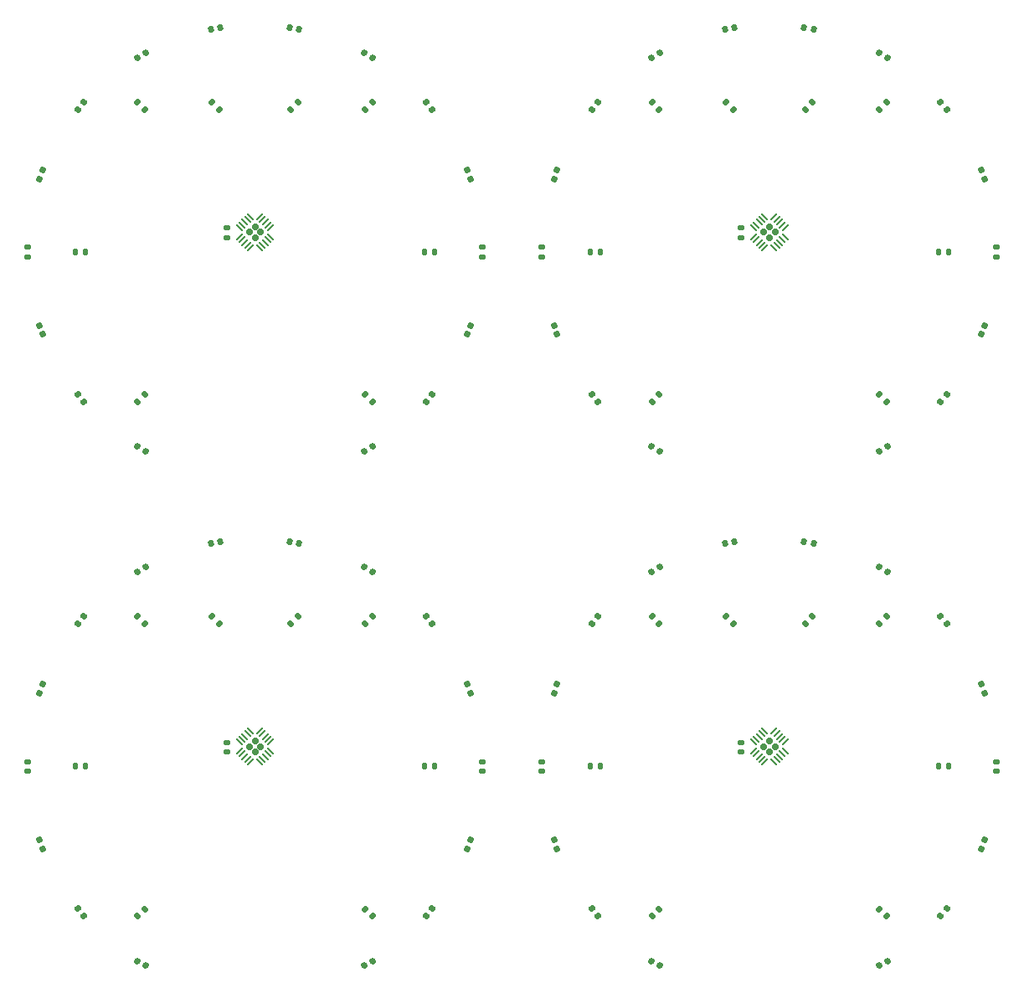
<source format=gtp>
%TF.GenerationSoftware,KiCad,Pcbnew,9.0.0*%
%TF.CreationDate,2025-02-27T10:20:03-06:00*%
%TF.ProjectId,reverse-panel,72657665-7273-4652-9d70-616e656c2e6b,rev?*%
%TF.SameCoordinates,Original*%
%TF.FileFunction,Paste,Top*%
%TF.FilePolarity,Positive*%
%FSLAX46Y46*%
G04 Gerber Fmt 4.6, Leading zero omitted, Abs format (unit mm)*
G04 Created by KiCad (PCBNEW 9.0.0) date 2025-02-27 10:20:03*
%MOMM*%
%LPD*%
G01*
G04 APERTURE LIST*
G04 Aperture macros list*
%AMRoundRect*
0 Rectangle with rounded corners*
0 $1 Rounding radius*
0 $2 $3 $4 $5 $6 $7 $8 $9 X,Y pos of 4 corners*
0 Add a 4 corners polygon primitive as box body*
4,1,4,$2,$3,$4,$5,$6,$7,$8,$9,$2,$3,0*
0 Add four circle primitives for the rounded corners*
1,1,$1+$1,$2,$3*
1,1,$1+$1,$4,$5*
1,1,$1+$1,$6,$7*
1,1,$1+$1,$8,$9*
0 Add four rect primitives between the rounded corners*
20,1,$1+$1,$2,$3,$4,$5,0*
20,1,$1+$1,$4,$5,$6,$7,0*
20,1,$1+$1,$6,$7,$8,$9,0*
20,1,$1+$1,$8,$9,$2,$3,0*%
G04 Aperture macros list end*
%ADD10RoundRect,0.135000X0.226274X0.035355X0.035355X0.226274X-0.226274X-0.035355X-0.035355X-0.226274X0*%
%ADD11RoundRect,0.135000X-0.035355X0.226274X-0.226274X0.035355X0.035355X-0.226274X0.226274X-0.035355X0*%
%ADD12RoundRect,0.147500X-0.037331X0.223872X-0.226954X-0.002111X0.037331X-0.223872X0.226954X0.002111X0*%
%ADD13RoundRect,0.135000X0.035355X-0.226274X0.226274X-0.035355X-0.035355X0.226274X-0.226274X0.035355X0*%
%ADD14RoundRect,0.147500X0.213989X0.075639X-0.041489X0.223139X-0.213989X-0.075639X0.041489X-0.223139X0*%
%ADD15RoundRect,0.147500X-0.213989X-0.075639X0.041489X-0.223139X0.213989X0.075639X-0.041489X0.223139X0*%
%ADD16RoundRect,0.135000X-0.226274X-0.035355X-0.035355X-0.226274X0.226274X0.035355X0.035355X0.226274X0*%
%ADD17RoundRect,0.147500X-0.172500X0.147500X-0.172500X-0.147500X0.172500X-0.147500X0.172500X0.147500X0*%
%ADD18RoundRect,0.147500X-0.226954X0.002111X-0.037331X-0.223872X0.226954X-0.002111X0.037331X0.223872X0*%
%ADD19RoundRect,0.147500X0.041489X0.223139X-0.213989X0.075639X-0.041489X-0.223139X0.213989X-0.075639X0*%
%ADD20RoundRect,0.135000X-0.135000X-0.185000X0.135000X-0.185000X0.135000X0.185000X-0.135000X0.185000X0*%
%ADD21RoundRect,0.147500X0.226954X-0.002111X0.037331X0.223872X-0.226954X0.002111X-0.037331X-0.223872X0*%
%ADD22RoundRect,0.147500X0.212545X-0.079606X0.111649X0.197603X-0.212545X0.079606X-0.111649X-0.197603X0*%
%ADD23RoundRect,0.147500X0.172500X-0.147500X0.172500X0.147500X-0.172500X0.147500X-0.172500X-0.147500X0*%
%ADD24RoundRect,0.147500X-0.041489X-0.223139X0.213989X-0.075639X0.041489X0.223139X-0.213989X0.075639X0*%
%ADD25RoundRect,0.147500X-0.212545X0.079606X-0.111649X-0.197603X0.212545X-0.079606X0.111649X0.197603X0*%
%ADD26RoundRect,0.147500X-0.111649X0.197603X-0.212545X-0.079606X0.111649X-0.197603X0.212545X0.079606X0*%
%ADD27RoundRect,0.140000X0.170000X-0.140000X0.170000X0.140000X-0.170000X0.140000X-0.170000X-0.140000X0*%
%ADD28RoundRect,0.167500X-0.236881X0.000000X0.000000X-0.236881X0.236881X0.000000X0.000000X0.236881X0*%
%ADD29RoundRect,0.050000X-0.300520X0.229810X0.229810X-0.300520X0.300520X-0.229810X-0.229810X0.300520X0*%
%ADD30RoundRect,0.050000X-0.300520X-0.229810X-0.229810X-0.300520X0.300520X0.229810X0.229810X0.300520X0*%
%ADD31RoundRect,0.135000X0.135000X0.185000X-0.135000X0.185000X-0.135000X-0.185000X0.135000X-0.185000X0*%
%ADD32RoundRect,0.147500X0.115305X0.195492X-0.175213X0.144266X-0.115305X-0.195492X0.175213X-0.144266X0*%
%ADD33RoundRect,0.147500X0.175213X0.144266X-0.115305X0.195492X-0.175213X-0.144266X0.115305X-0.195492X0*%
%ADD34RoundRect,0.147500X0.037331X-0.223872X0.226954X0.002111X-0.037331X0.223872X-0.226954X-0.002111X0*%
%ADD35RoundRect,0.147500X0.111649X-0.197603X0.212545X0.079606X-0.111649X0.197603X-0.212545X-0.079606X0*%
G04 APERTURE END LIST*
D10*
%TO.C,R3*%
X38860624Y-87576508D03*
X38139376Y-86855260D03*
%TD*%
D11*
%TO.C,R1*%
X90860624Y-116423491D03*
X90139376Y-117144739D03*
%TD*%
D12*
%TO.C,D6*%
X84692729Y-34844352D03*
X84069225Y-35587416D03*
%TD*%
D13*
%TO.C,R5*%
X53633284Y-87576508D03*
X54354532Y-86855260D03*
%TD*%
D14*
%TO.C,D10*%
X113920022Y-82323915D03*
X113079978Y-81838915D03*
%TD*%
D15*
%TO.C,D1*%
X90079978Y-69676084D03*
X90920022Y-70161084D03*
%TD*%
D16*
%TO.C,R8*%
X61139376Y-64423491D03*
X61860624Y-65144739D03*
%TD*%
D13*
%TO.C,R6*%
X61139376Y-35576508D03*
X61860624Y-34855260D03*
%TD*%
D17*
%TO.C,D4*%
X27000000Y-101515000D03*
X27000000Y-102485000D03*
%TD*%
D18*
%TO.C,D2*%
X32069225Y-64412583D03*
X32692729Y-65155647D03*
%TD*%
D16*
%TO.C,R8*%
X61139376Y-116423491D03*
X61860624Y-117144739D03*
%TD*%
D19*
%TO.C,D7*%
X38920021Y-81838915D03*
X38079977Y-82323915D03*
%TD*%
D20*
%TO.C,R7*%
X67109024Y-50000000D03*
X68129022Y-50000000D03*
%TD*%
D14*
%TO.C,D10*%
X113920022Y-30323915D03*
X113079978Y-29838915D03*
%TD*%
D10*
%TO.C,R4*%
X98366716Y-87576508D03*
X97645468Y-86855260D03*
%TD*%
D19*
%TO.C,D7*%
X38920021Y-29838915D03*
X38079977Y-30323915D03*
%TD*%
D21*
%TO.C,D11*%
X119930774Y-87587416D03*
X119307270Y-86844352D03*
%TD*%
D22*
%TO.C,D12*%
X123778809Y-94589287D03*
X123447051Y-93677785D03*
%TD*%
D19*
%TO.C,D7*%
X90920021Y-29838915D03*
X90079977Y-30323915D03*
%TD*%
D22*
%TO.C,D12*%
X71778809Y-42589287D03*
X71447051Y-41677785D03*
%TD*%
D23*
%TO.C,D13*%
X125000000Y-102485000D03*
X125000000Y-101515000D03*
%TD*%
D24*
%TO.C,D16*%
X113079978Y-70161084D03*
X113920022Y-69676084D03*
%TD*%
D25*
%TO.C,D3*%
X80221190Y-57410712D03*
X80552948Y-58322214D03*
%TD*%
D12*
%TO.C,D6*%
X32692729Y-34844352D03*
X32069225Y-35587416D03*
%TD*%
D26*
%TO.C,D5*%
X28552948Y-93677785D03*
X28221190Y-94589287D03*
%TD*%
D15*
%TO.C,D1*%
X38079978Y-69676084D03*
X38920022Y-70161084D03*
%TD*%
D27*
%TO.C,C1*%
X47150000Y-100530000D03*
X47150000Y-99570000D03*
%TD*%
D28*
%TO.C,U1*%
X50000000Y-47420172D03*
X49420172Y-48000000D03*
X50579828Y-48000000D03*
X50000000Y-48579828D03*
D29*
X49540381Y-46409010D03*
X49257538Y-46691852D03*
X48974695Y-46974695D03*
X48691852Y-47257538D03*
X48409010Y-47540381D03*
D30*
X48409010Y-48459619D03*
X48691852Y-48742462D03*
X48974695Y-49025305D03*
X49257538Y-49308148D03*
X49540381Y-49590990D03*
D29*
X50459619Y-49590990D03*
X50742462Y-49308148D03*
X51025305Y-49025305D03*
X51308148Y-48742462D03*
X51590990Y-48459619D03*
D30*
X51590990Y-47540381D03*
X51308148Y-47257538D03*
X51025305Y-46974695D03*
X50742462Y-46691852D03*
X50459619Y-46409010D03*
%TD*%
D10*
%TO.C,R3*%
X90860624Y-35576508D03*
X90139376Y-34855260D03*
%TD*%
D11*
%TO.C,R1*%
X90860624Y-64423491D03*
X90139376Y-65144739D03*
%TD*%
%TO.C,R1*%
X38860624Y-116423491D03*
X38139376Y-117144739D03*
%TD*%
D31*
%TO.C,R2*%
X32890976Y-50000000D03*
X31870978Y-50000000D03*
%TD*%
D17*
%TO.C,D4*%
X27000000Y-49515000D03*
X27000000Y-50485000D03*
%TD*%
D32*
%TO.C,D8*%
X46483723Y-27265202D03*
X45528459Y-27433640D03*
%TD*%
D33*
%TO.C,D9*%
X106471540Y-79433640D03*
X105516276Y-79265202D03*
%TD*%
D34*
%TO.C,D15*%
X119307270Y-65155647D03*
X119930774Y-64412583D03*
%TD*%
D27*
%TO.C,C1*%
X47150000Y-48530000D03*
X47150000Y-47570000D03*
%TD*%
D16*
%TO.C,R8*%
X113139376Y-64423491D03*
X113860624Y-65144739D03*
%TD*%
D34*
%TO.C,D15*%
X67307270Y-65155647D03*
X67930774Y-64412583D03*
%TD*%
D31*
%TO.C,R2*%
X84890976Y-50000000D03*
X83870978Y-50000000D03*
%TD*%
D24*
%TO.C,D16*%
X113079978Y-122161084D03*
X113920022Y-121676084D03*
%TD*%
D28*
%TO.C,U1*%
X102000000Y-99420172D03*
X101420172Y-100000000D03*
X102579828Y-100000000D03*
X102000000Y-100579828D03*
D29*
X101540381Y-98409010D03*
X101257538Y-98691852D03*
X100974695Y-98974695D03*
X100691852Y-99257538D03*
X100409010Y-99540381D03*
D30*
X100409010Y-100459619D03*
X100691852Y-100742462D03*
X100974695Y-101025305D03*
X101257538Y-101308148D03*
X101540381Y-101590990D03*
D29*
X102459619Y-101590990D03*
X102742462Y-101308148D03*
X103025305Y-101025305D03*
X103308148Y-100742462D03*
X103590990Y-100459619D03*
D30*
X103590990Y-99540381D03*
X103308148Y-99257538D03*
X103025305Y-98974695D03*
X102742462Y-98691852D03*
X102459619Y-98409010D03*
%TD*%
D18*
%TO.C,D2*%
X32069225Y-116412583D03*
X32692729Y-117155647D03*
%TD*%
%TO.C,D2*%
X84069225Y-64412583D03*
X84692729Y-65155647D03*
%TD*%
D20*
%TO.C,R7*%
X119109024Y-102000000D03*
X120129022Y-102000000D03*
%TD*%
D35*
%TO.C,D14*%
X123447051Y-58322214D03*
X123778809Y-57410712D03*
%TD*%
D25*
%TO.C,D3*%
X28221190Y-57410712D03*
X28552948Y-58322214D03*
%TD*%
D22*
%TO.C,D12*%
X71778809Y-94589287D03*
X71447051Y-93677785D03*
%TD*%
D34*
%TO.C,D15*%
X67307270Y-117155647D03*
X67930774Y-116412583D03*
%TD*%
D27*
%TO.C,C1*%
X99150000Y-100530000D03*
X99150000Y-99570000D03*
%TD*%
D13*
%TO.C,R6*%
X113139376Y-35576508D03*
X113860624Y-34855260D03*
%TD*%
D10*
%TO.C,R4*%
X46366716Y-35576508D03*
X45645468Y-34855260D03*
%TD*%
D24*
%TO.C,D16*%
X61079978Y-70161084D03*
X61920022Y-69676084D03*
%TD*%
D21*
%TO.C,D11*%
X119930774Y-35587416D03*
X119307270Y-34844352D03*
%TD*%
D10*
%TO.C,R4*%
X46366716Y-87576508D03*
X45645468Y-86855260D03*
%TD*%
D12*
%TO.C,D6*%
X32692729Y-86844352D03*
X32069225Y-87587416D03*
%TD*%
D28*
%TO.C,U1*%
X102000000Y-47420172D03*
X101420172Y-48000000D03*
X102579828Y-48000000D03*
X102000000Y-48579828D03*
D29*
X101540381Y-46409010D03*
X101257538Y-46691852D03*
X100974695Y-46974695D03*
X100691852Y-47257538D03*
X100409010Y-47540381D03*
D30*
X100409010Y-48459619D03*
X100691852Y-48742462D03*
X100974695Y-49025305D03*
X101257538Y-49308148D03*
X101540381Y-49590990D03*
D29*
X102459619Y-49590990D03*
X102742462Y-49308148D03*
X103025305Y-49025305D03*
X103308148Y-48742462D03*
X103590990Y-48459619D03*
D30*
X103590990Y-47540381D03*
X103308148Y-47257538D03*
X103025305Y-46974695D03*
X102742462Y-46691852D03*
X102459619Y-46409010D03*
%TD*%
D18*
%TO.C,D2*%
X84069225Y-116412583D03*
X84692729Y-117155647D03*
%TD*%
D14*
%TO.C,D10*%
X61920022Y-82323915D03*
X61079978Y-81838915D03*
%TD*%
D27*
%TO.C,C1*%
X99150000Y-48530000D03*
X99150000Y-47570000D03*
%TD*%
D14*
%TO.C,D10*%
X61920022Y-30323915D03*
X61079978Y-29838915D03*
%TD*%
D19*
%TO.C,D7*%
X90920021Y-81838915D03*
X90079977Y-82323915D03*
%TD*%
D23*
%TO.C,D13*%
X73000000Y-50485000D03*
X73000000Y-49515000D03*
%TD*%
D33*
%TO.C,D9*%
X54471540Y-79433640D03*
X53516276Y-79265202D03*
%TD*%
D35*
%TO.C,D14*%
X71447051Y-110322214D03*
X71778809Y-109410712D03*
%TD*%
D11*
%TO.C,R1*%
X38860624Y-64423491D03*
X38139376Y-65144739D03*
%TD*%
D15*
%TO.C,D1*%
X90079978Y-121676084D03*
X90920022Y-122161084D03*
%TD*%
D13*
%TO.C,R6*%
X113139376Y-87576508D03*
X113860624Y-86855260D03*
%TD*%
D15*
%TO.C,D1*%
X38079978Y-121676084D03*
X38920022Y-122161084D03*
%TD*%
D16*
%TO.C,R8*%
X113139376Y-116423491D03*
X113860624Y-117144739D03*
%TD*%
D20*
%TO.C,R7*%
X67109024Y-102000000D03*
X68129022Y-102000000D03*
%TD*%
D26*
%TO.C,D5*%
X80552948Y-41677785D03*
X80221190Y-42589287D03*
%TD*%
D22*
%TO.C,D12*%
X123778809Y-42589287D03*
X123447051Y-41677785D03*
%TD*%
D26*
%TO.C,D5*%
X28552948Y-41677785D03*
X28221190Y-42589287D03*
%TD*%
D32*
%TO.C,D8*%
X98483723Y-27265202D03*
X97528459Y-27433640D03*
%TD*%
D20*
%TO.C,R7*%
X119109024Y-50000000D03*
X120129022Y-50000000D03*
%TD*%
D21*
%TO.C,D11*%
X67930774Y-87587416D03*
X67307270Y-86844352D03*
%TD*%
D23*
%TO.C,D13*%
X125000000Y-50485000D03*
X125000000Y-49515000D03*
%TD*%
D28*
%TO.C,U1*%
X50000000Y-99420172D03*
X49420172Y-100000000D03*
X50579828Y-100000000D03*
X50000000Y-100579828D03*
D29*
X49540381Y-98409010D03*
X49257538Y-98691852D03*
X48974695Y-98974695D03*
X48691852Y-99257538D03*
X48409010Y-99540381D03*
D30*
X48409010Y-100459619D03*
X48691852Y-100742462D03*
X48974695Y-101025305D03*
X49257538Y-101308148D03*
X49540381Y-101590990D03*
D29*
X50459619Y-101590990D03*
X50742462Y-101308148D03*
X51025305Y-101025305D03*
X51308148Y-100742462D03*
X51590990Y-100459619D03*
D30*
X51590990Y-99540381D03*
X51308148Y-99257538D03*
X51025305Y-98974695D03*
X50742462Y-98691852D03*
X50459619Y-98409010D03*
%TD*%
D26*
%TO.C,D5*%
X80552948Y-93677785D03*
X80221190Y-94589287D03*
%TD*%
D17*
%TO.C,D4*%
X79000000Y-49515000D03*
X79000000Y-50485000D03*
%TD*%
D13*
%TO.C,R5*%
X53633284Y-35576508D03*
X54354532Y-34855260D03*
%TD*%
D17*
%TO.C,D4*%
X79000000Y-101515000D03*
X79000000Y-102485000D03*
%TD*%
D25*
%TO.C,D3*%
X80221190Y-109410712D03*
X80552948Y-110322214D03*
%TD*%
%TO.C,D3*%
X28221190Y-109410712D03*
X28552948Y-110322214D03*
%TD*%
D32*
%TO.C,D8*%
X46483723Y-79265202D03*
X45528459Y-79433640D03*
%TD*%
D10*
%TO.C,R3*%
X90860624Y-87576508D03*
X90139376Y-86855260D03*
%TD*%
D13*
%TO.C,R5*%
X105633284Y-87576508D03*
X106354532Y-86855260D03*
%TD*%
%TO.C,R5*%
X105633284Y-35576508D03*
X106354532Y-34855260D03*
%TD*%
D12*
%TO.C,D6*%
X84692729Y-86844352D03*
X84069225Y-87587416D03*
%TD*%
D13*
%TO.C,R6*%
X61139376Y-87576508D03*
X61860624Y-86855260D03*
%TD*%
D10*
%TO.C,R4*%
X98366716Y-35576508D03*
X97645468Y-34855260D03*
%TD*%
D33*
%TO.C,D9*%
X54471540Y-27433640D03*
X53516276Y-27265202D03*
%TD*%
D35*
%TO.C,D14*%
X71447051Y-58322214D03*
X71778809Y-57410712D03*
%TD*%
D31*
%TO.C,R2*%
X84890976Y-102000000D03*
X83870978Y-102000000D03*
%TD*%
D33*
%TO.C,D9*%
X106471540Y-27433640D03*
X105516276Y-27265202D03*
%TD*%
D35*
%TO.C,D14*%
X123447051Y-110322214D03*
X123778809Y-109410712D03*
%TD*%
D31*
%TO.C,R2*%
X32890976Y-102000000D03*
X31870978Y-102000000D03*
%TD*%
D32*
%TO.C,D8*%
X98483723Y-79265202D03*
X97528459Y-79433640D03*
%TD*%
D24*
%TO.C,D16*%
X61079978Y-122161084D03*
X61920022Y-121676084D03*
%TD*%
D34*
%TO.C,D15*%
X119307270Y-117155647D03*
X119930774Y-116412583D03*
%TD*%
D21*
%TO.C,D11*%
X67930774Y-35587416D03*
X67307270Y-34844352D03*
%TD*%
D10*
%TO.C,R3*%
X38860624Y-35576508D03*
X38139376Y-34855260D03*
%TD*%
D23*
%TO.C,D13*%
X73000000Y-102485000D03*
X73000000Y-101515000D03*
%TD*%
M02*

</source>
